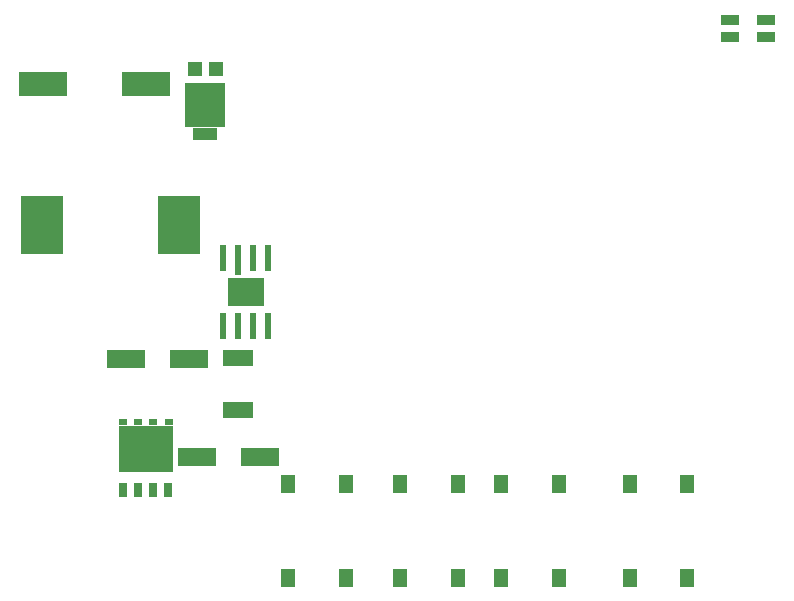
<source format=gtp>
G04 #@! TF.FileFunction,Paste,Top*
%FSLAX46Y46*%
G04 Gerber Fmt 4.6, Leading zero omitted, Abs format (unit mm)*
G04 Created by KiCad (PCBNEW 4.0.2+dfsg1-stable) date Sat 19 Aug 2017 09:03:07 PM PDT*
%MOMM*%
G01*
G04 APERTURE LIST*
%ADD10C,0.100000*%
%ADD11R,3.197860X1.597660*%
%ADD12R,4.099560X1.998980*%
%ADD13R,1.498600X0.899160*%
%ADD14R,2.000000X1.000000*%
%ADD15R,1.200000X1.200000*%
%ADD16R,3.400000X3.800000*%
%ADD17R,2.500000X1.400000*%
%ADD18R,3.600000X5.000000*%
%ADD19R,0.700000X0.550000*%
%ADD20R,0.635000X1.250000*%
%ADD21R,0.650000X1.250000*%
%ADD22R,4.600000X3.900000*%
%ADD23R,1.297940X1.549400*%
%ADD24R,0.500000X2.200000*%
%ADD25R,0.500000X2.550000*%
%ADD26R,3.100000X2.400000*%
G04 APERTURE END LIST*
D10*
D11*
X90317320Y-104800400D03*
X95712280Y-104800400D03*
X89697480Y-96500000D03*
X84302520Y-96500000D03*
D12*
X77312520Y-73152000D03*
X86009480Y-73152000D03*
D13*
X135450600Y-67750700D03*
X135450600Y-69249300D03*
X138549400Y-69249300D03*
X138549400Y-67750700D03*
D14*
X91059000Y-77379000D03*
D15*
X90139000Y-71879000D03*
X91979000Y-71879000D03*
D16*
X91059000Y-74979000D03*
D17*
X93800000Y-100800000D03*
X93800000Y-96400000D03*
D18*
X88858000Y-85090000D03*
X77258000Y-85090000D03*
D19*
X86625000Y-101825000D03*
X85375000Y-101825000D03*
X84050000Y-101825000D03*
D20*
X87905000Y-107525000D03*
D21*
X86635000Y-107525000D03*
D20*
X85365000Y-107525000D03*
X84095000Y-107525000D03*
D22*
X86000000Y-104050000D03*
D19*
X87950000Y-101825000D03*
D23*
X126964440Y-114970560D03*
X126964440Y-107025440D03*
X131861560Y-114970560D03*
X131861560Y-107025440D03*
X116051440Y-114972560D03*
X116051440Y-107027440D03*
X120948560Y-114972560D03*
X120948560Y-107027440D03*
X107551440Y-114972560D03*
X107551440Y-107027440D03*
X112448560Y-114972560D03*
X112448560Y-107027440D03*
X98051440Y-114972560D03*
X98051440Y-107027440D03*
X102948560Y-114972560D03*
X102948560Y-107027440D03*
D24*
X92583000Y-87930000D03*
X92583000Y-93680000D03*
D25*
X93853000Y-88105000D03*
D24*
X93853000Y-93680000D03*
X95123000Y-87930000D03*
X95123000Y-93680000D03*
X96393000Y-87930000D03*
X96393000Y-93680000D03*
D26*
X94488000Y-90805000D03*
M02*

</source>
